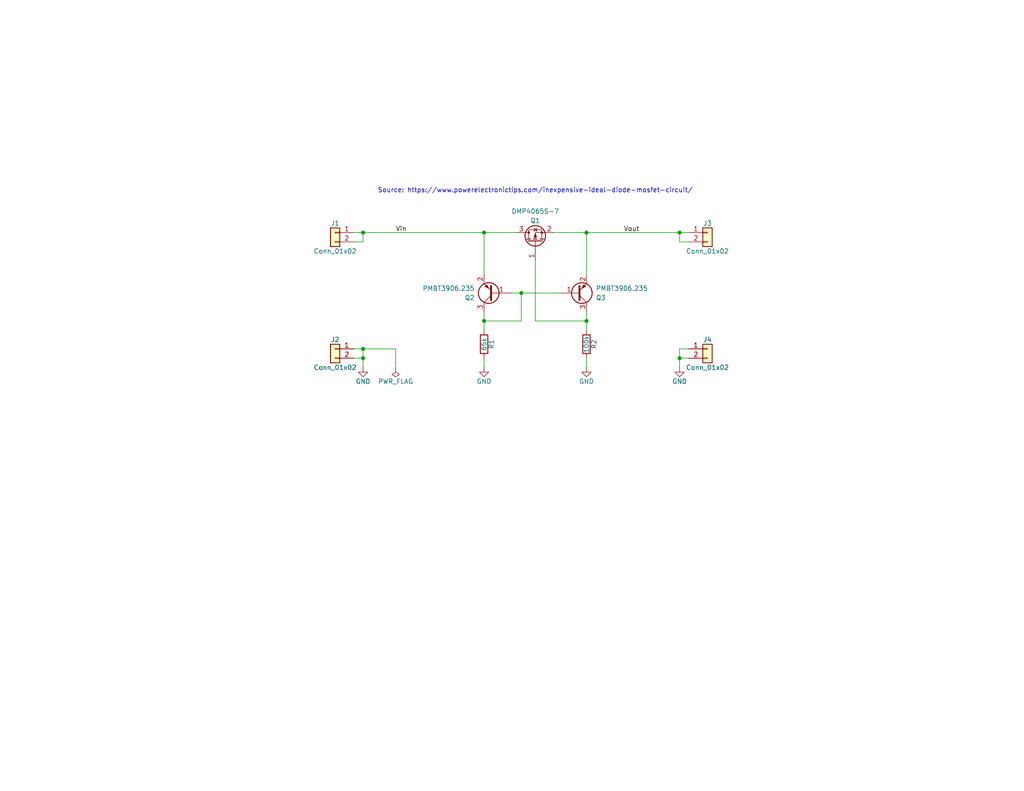
<source format=kicad_sch>
(kicad_sch (version 20231120) (generator "eeschema") (generator_version "8.0")
  (paper "A")
  (title_block (title "Ideal Diode") (date "2024-04-20") (company "Perry Leumas"))
  (lib_symbols
    (symbol "Connector_Generic:Conn_01x02" (pin_names (offset 1.016) hide)
      (property "Reference" "J" (at 0 2.54 0))
      (property "Value" "Conn_01x02" (at 0 -5.08 0))
      (symbol "Conn_01x02_1_1"
        (rectangle (start -1.27 -2.413) (end 0 -2.667) (stroke (width 0.1524)))
        (rectangle (start -1.27 0.127) (end 0 -0.127) (stroke (width 0.1524)))
        (rectangle (start -1.27 1.27) (end 1.27 -3.81) (stroke (width 0.254)) (fill (type background)))
        (pin passive line (at -5.08 0 0) (length 3.81) (name "Pin_1") (number "1"))
        (pin passive line (at -5.08 -2.54 0) (length 3.81) (name "Pin_2") (number "2"))
      )
    )
    (symbol "Device:Q_PMOS_GSD" (pin_names (offset 0) hide)
      (property "Reference" "Q" (at 5.08 1.27 0))
      (property "Value" "Q_PMOS_GSD" (at 5.08 -1.27 0))
      (symbol "Q_PMOS_GSD_0_1"
        (polyline (pts (xy 0.254 0) (xy -2.54 0)))
        (polyline (pts (xy 0.254 1.905) (xy 0.254 -1.905)) (stroke (width 0.254)))
        (polyline (pts (xy 0.762 -1.27) (xy 0.762 -2.286)) (stroke (width 0.254)))
        (polyline (pts (xy 0.762 0.508) (xy 0.762 -0.508)) (stroke (width 0.254)))
        (polyline (pts (xy 0.762 2.286) (xy 0.762 1.27)) (stroke (width 0.254)))
        (polyline (pts (xy 2.54 2.54) (xy 2.54 1.778)))
        (polyline (pts (xy 2.54 -2.54) (xy 2.54 0) (xy 0.762 0)))
        (polyline (pts (xy 0.762 1.778) (xy 3.302 1.778) (xy 3.302 -1.778) (xy 0.762 -1.778)))
        (polyline (pts (xy 2.286 0) (xy 1.27 0.381) (xy 1.27 -0.381) (xy 2.286 0)) (fill (type outline)))
        (polyline (pts (xy 2.794 -0.508) (xy 2.921 -0.381) (xy 3.683 -0.381) (xy 3.81 -0.254)))
        (polyline (pts (xy 3.302 -0.381) (xy 2.921 0.254) (xy 3.683 0.254) (xy 3.302 -0.381)))
        (circle (center 1.651 0) (radius 2.794) (stroke (width 0.254)))
        (circle (center 2.54 -1.778) (radius 0.254) (fill (type outline)))
        (circle (center 2.54 1.778) (radius 0.254) (fill (type outline)))
      )
      (symbol "Q_PMOS_GSD_1_1"
        (pin input line (at -5.08 0 0) (length 2.54) (name "G") (number "1"))
        (pin passive line (at 2.54 -5.08 90) (length 2.54) (name "S") (number "2"))
        (pin passive line (at 2.54 5.08 270) (length 2.54) (name "D") (number "3"))
      )
    )
    (symbol "Device:Q_PNP_BEC" (pin_names (offset 0) hide)
      (property "Reference" "Q" (at 5.08 1.27 0))
      (property "Value" "Q_PNP_BEC" (at 5.08 -1.27 0))
      (symbol "Q_PNP_BEC_0_1"
        (polyline (pts (xy 0.635 0.635) (xy 2.54 2.54)))
        (polyline (pts (xy 0.635 -0.635) (xy 2.54 -2.54) (xy 2.54 -2.54)))
        (polyline (pts (xy 0.635 1.905) (xy 0.635 -1.905) (xy 0.635 -1.905)) (stroke (width 0.508)))
        (polyline (pts (xy 2.286 -1.778) (xy 1.778 -2.286) (xy 1.27 -1.27) (xy 2.286 -1.778) (xy 2.286 -1.778)) (fill (type outline)))
        (circle (center 1.27 0) (radius 2.8194) (stroke (width 0.254)))
      )
      (symbol "Q_PNP_BEC_1_1"
        (pin input line (at -5.08 0 0) (length 5.715) (name "B") (number "1"))
        (pin passive line (at 2.54 -5.08 90) (length 2.54) (name "E") (number "2"))
        (pin passive line (at 2.54 5.08 270) (length 2.54) (name "C") (number "3"))
      )
    )
    (symbol "Device:R" (pin_numbers hide) (pin_names (offset 0))
      (property "Reference" "R" (at 2.032 0 90))
      (property "Value" "R" (at 0 0 90))
      (symbol "R_0_1"
        (rectangle (start -1.016 -2.54) (end 1.016 2.54) (stroke (width 0.254)))
      )
      (symbol "R_1_1"
        (pin passive line (at 0 3.81 270) (length 1.27) (name "~") (number "1"))
        (pin passive line (at 0 -3.81 90) (length 1.27) (name "~") (number "2"))
      )
    )
    (symbol "power:GND" (power) (pin_numbers hide) (pin_names (offset 0) hide)
      (property "Value" "GND" (at 0 -3.81 0))
      (symbol "GND_0_1"
        (polyline (pts (xy 0 0) (xy 0 -1.27) (xy 1.27 -1.27) (xy 0 -2.54) (xy -1.27 -1.27) (xy 0 -1.27)))
      )
      (symbol "GND_1_1"
        (pin power_in line (at 0 0 270) (length 0) (name "~") (number "1"))
      )
    )
    (symbol "power:PWR_FLAG" (power) (pin_numbers hide) (pin_names (offset 0) hide)
      (property "Value" "PWR_FLAG" (at 0 3.81 0))
      (symbol "PWR_FLAG_0_0"
        (pin power_out line (at 0 0 90) (length 0) (name "~") (number "1"))
      )
      (symbol "PWR_FLAG_0_1"
        (polyline (pts (xy 0 0) (xy 0 1.27) (xy -1.016 1.905) (xy 0 2.54) (xy 1.016 1.905) (xy 0 1.27)))
      )
    )
  )
  (junction (at 132.08 63.5))
  (junction (at 142.24 80.01))
  (junction (at 99.06 97.79))
  (junction (at 185.42 63.5))
  (junction (at 185.42 97.79))
  (junction (at 160.02 87.63))
  (junction (at 99.06 95.25))
  (junction (at 132.08 87.63))
  (junction (at 99.06 63.5))
  (junction (at 160.02 63.5))
  (wire (pts (xy 107.95 100.33) (xy 107.95 95.25)))
  (wire (pts (xy 146.05 71.12) (xy 146.05 87.63)))
  (wire (pts (xy 132.08 87.63) (xy 142.24 87.63)))
  (wire (pts (xy 160.02 85.09) (xy 160.02 87.63)))
  (wire (pts (xy 160.02 97.79) (xy 160.02 100.33)))
  (wire (pts (xy 146.05 87.63) (xy 160.02 87.63)))
  (wire (pts (xy 139.7 80.01) (xy 142.24 80.01)))
  (wire (pts (xy 185.42 63.5) (xy 185.42 66.04)))
  (wire (pts (xy 96.52 66.04) (xy 99.06 66.04)))
  (wire (pts (xy 96.52 95.25) (xy 99.06 95.25)))
  (wire (pts (xy 185.42 97.79) (xy 185.42 95.25)))
  (wire (pts (xy 99.06 63.5) (xy 132.08 63.5)))
  (wire (pts (xy 132.08 63.5) (xy 140.97 63.5)))
  (wire (pts (xy 99.06 63.5) (xy 99.06 66.04)))
  (wire (pts (xy 160.02 63.5) (xy 185.42 63.5)))
  (wire (pts (xy 185.42 95.25) (xy 187.96 95.25)))
  (wire (pts (xy 185.42 97.79) (xy 187.96 97.79)))
  (wire (pts (xy 132.08 97.79) (xy 132.08 100.33)))
  (wire (pts (xy 99.06 97.79) (xy 96.52 97.79)))
  (wire (pts (xy 132.08 85.09) (xy 132.08 87.63)))
  (wire (pts (xy 142.24 87.63) (xy 142.24 80.01)))
  (wire (pts (xy 132.08 87.63) (xy 132.08 90.17)))
  (wire (pts (xy 160.02 87.63) (xy 160.02 90.17)))
  (wire (pts (xy 185.42 100.33) (xy 185.42 97.79)))
  (wire (pts (xy 96.52 63.5) (xy 99.06 63.5)))
  (wire (pts (xy 99.06 95.25) (xy 99.06 97.79)))
  (wire (pts (xy 160.02 63.5) (xy 151.13 63.5)))
  (wire (pts (xy 160.02 74.93) (xy 160.02 63.5)))
  (wire (pts (xy 99.06 100.33) (xy 99.06 97.79)))
  (wire (pts (xy 185.42 63.5) (xy 187.96 63.5)))
  (wire (pts (xy 132.08 63.5) (xy 132.08 74.93)))
  (wire (pts (xy 187.96 66.04) (xy 185.42 66.04)))
  (wire (pts (xy 142.24 80.01) (xy 152.4 80.01)))
  (wire (pts (xy 107.95 95.25) (xy 99.06 95.25)))
  (text "Source: https://www.powerelectronictips.com/inexpensive-ideal-diode-mosfet-circuit/" (at 146.05 52.07 0) (effects (font (size 1.27 1.27))))
  (label "Vout" (at 170.18 63.5 0))
  (label "Vin" (at 107.95 63.5 0))
  (symbol (lib_id "Device:Q_PNP_BEC") (at 157.48 80.01 0) (mirror x) (unit 1)
    (property "Reference" "Q3" (at 162.56 81.28 0) (effects (justify left)))
    (property "Value" "PMBT3906.235" (at 162.56 78.74 0) (effects (justify left)))
    (property "Footprint" "Package_TO_SOT_SMD:SOT-23_Handsoldering" (effects (hide yes)))
    (property "Description" "PNP transistor, base/emitter/collector" (effects (hide yes)))
  )
  (symbol (lib_id "Device:R") (at 132.08 93.98 0) (unit 1)
    (property "Reference" "R1" (at 134.112 93.98 90))
    (property "Value" "65k" (at 132.08 93.98 90))
    (property "Footprint" "Resistor_SMD:R_0805_2012Metric_Pad1.20x1.40mm_HandSolder" (effects (hide yes)))
    (property "Description" "Resistor" (effects (hide yes)))
  )
  (symbol (lib_id "power:GND") (at 160.02 100.33 0) (unit 1)
    (property "Reference" "#PWR02" (effects (hide yes)))
    (property "Value" "GND" (at 160.02 104.14 0))
    (property "Description" "Power symbol creates a global label with name \"GND\" , ground" (effects (hide yes)))
  )
  (symbol (lib_id "power:GND") (at 132.08 100.33 0) (unit 1)
    (property "Reference" "#PWR01" (effects (hide yes)))
    (property "Value" "GND" (at 132.08 104.14 0))
    (property "Description" "Power symbol creates a global label with name \"GND\" , ground" (effects (hide yes)))
  )
  (symbol (lib_id "Connector_Generic:Conn_01x02") (at 91.44 95.25 0) (mirror y) (unit 1)
    (property "Reference" "J2" (at 91.44 92.71 0))
    (property "Value" "Conn_01x02" (at 91.44 100.33 0))
    (property "Footprint" "Connector_PinHeader_2.54mm:PinHeader_1x02_P2.54mm_Vertical" (effects (hide yes)))
    (property "Description" "Generic connector, single row, 01x02, script generated (kicad-library-utils/schlib/autogen/connector/)" (effects (hide yes)))
  )
  (symbol (lib_id "Device:Q_PMOS_GSD") (at 146.05 66.04 90) (unit 1)
    (property "Reference" "Q1" (at 146.05 60.96 90) (effects (justify top)))
    (property "Value" "DMP4065S-7" (at 146.05 58.42 90) (effects (justify top)))
    (property "Footprint" "Package_TO_SOT_SMD:SOT-23_Handsoldering" (effects (hide yes)))
    (property "Description" "P-MOSFET transistor, gate/source/drain" (effects (hide yes)))
  )
  (symbol (lib_id "Connector_Generic:Conn_01x02") (at 193.04 63.5 0) (unit 1)
    (property "Reference" "J3" (at 193.04 60.96 0))
    (property "Value" "Conn_01x02" (at 193.04 68.58 0))
    (property "Footprint" "Connector_PinHeader_2.54mm:PinHeader_1x02_P2.54mm_Vertical" (effects (hide yes)))
    (property "Description" "Generic connector, single row, 01x02, script generated (kicad-library-utils/schlib/autogen/connector/)" (effects (hide yes)))
  )
  (symbol (lib_id "power:GND") (at 185.42 100.33 0) (unit 1)
    (property "Reference" "#PWR04" (effects (hide yes)))
    (property "Value" "GND" (at 185.42 104.14 0))
    (property "Description" "Power symbol creates a global label with name \"GND\" , ground" (effects (hide yes)))
  )
  (symbol (lib_id "power:GND") (at 99.06 100.33 0) (unit 1)
    (property "Reference" "#PWR03" (effects (hide yes)))
    (property "Value" "GND" (at 99.06 104.14 0))
    (property "Description" "Power symbol creates a global label with name \"GND\" , ground" (effects (hide yes)))
  )
  (symbol (lib_id "Connector_Generic:Conn_01x02") (at 91.44 63.5 0) (mirror y) (unit 1)
    (property "Reference" "J1" (at 91.44 60.96 0))
    (property "Value" "Conn_01x02" (at 91.44 68.58 0))
    (property "Footprint" "Connector_PinHeader_2.54mm:PinHeader_1x02_P2.54mm_Vertical" (effects (hide yes)))
    (property "Description" "Generic connector, single row, 01x02, script generated (kicad-library-utils/schlib/autogen/connector/)" (effects (hide yes)))
  )
  (symbol (lib_id "power:PWR_FLAG") (at 107.95 100.33 180) (unit 1)
    (property "Reference" "#FLG01" (effects (hide yes)))
    (property "Value" "PWR_FLAG" (at 107.95 104.14 0))
    (property "Description" "Special symbol for telling ERC where power comes from" (effects (hide yes)))
  )
  (symbol (lib_id "Device:Q_PNP_BEC") (at 134.62 80.01 180) (unit 1)
    (property "Reference" "Q2" (at 129.54 81.28 0) (effects (justify left)))
    (property "Value" "PMBT3906.235" (at 129.54 78.74 0) (effects (justify left)))
    (property "Footprint" "Package_TO_SOT_SMD:SOT-23_Handsoldering" (effects (hide yes)))
    (property "Description" "PNP transistor, base/emitter/collector" (effects (hide yes)))
  )
  (symbol (lib_id "Connector_Generic:Conn_01x02") (at 193.04 95.25 0) (unit 1)
    (property "Reference" "J4" (at 193.04 92.71 0))
    (property "Value" "Conn_01x02" (at 193.04 100.33 0))
    (property "Footprint" "Connector_PinHeader_2.54mm:PinHeader_1x02_P2.54mm_Vertical" (effects (hide yes)))
    (property "Description" "Generic connector, single row, 01x02, script generated (kicad-library-utils/schlib/autogen/connector/)" (effects (hide yes)))
  )
  (symbol (lib_id "Device:R") (at 160.02 93.98 0) (unit 1)
    (property "Reference" "R2" (at 162.052 93.98 90))
    (property "Value" "100k" (at 160.02 93.98 90))
    (property "Footprint" "Resistor_SMD:R_0805_2012Metric_Pad1.20x1.40mm_HandSolder" (effects (hide yes)))
    (property "Description" "Resistor" (effects (hide yes)))
  )
)
</source>
